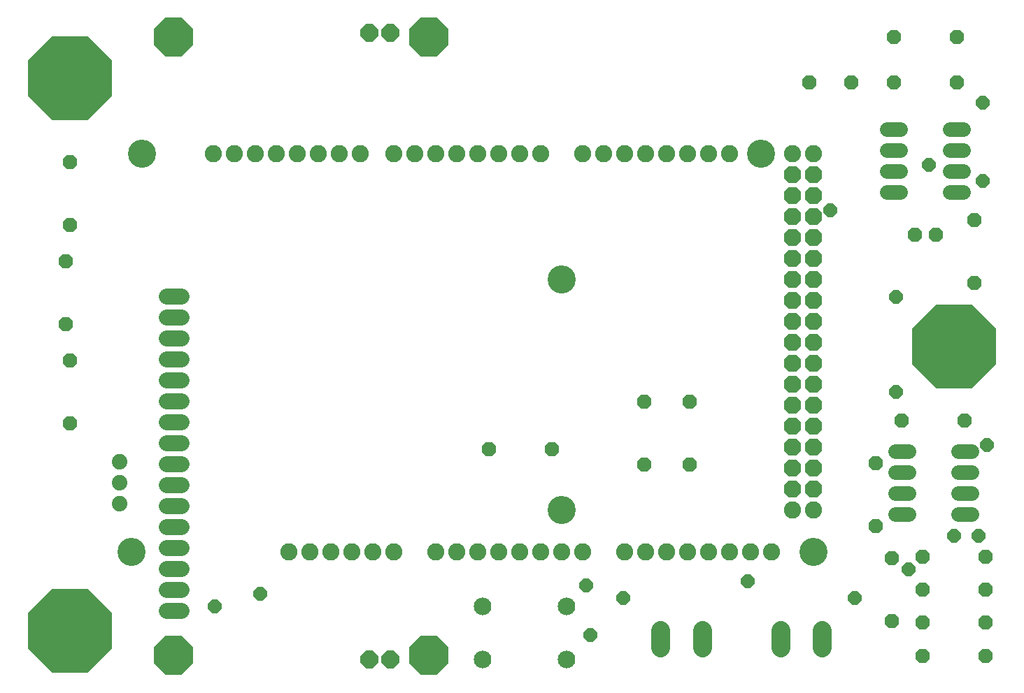
<source format=gbr>
G75*
%MOIN*%
%OFA0B0*%
%FSLAX25Y25*%
%IPPOS*%
%LPD*%
%AMOC8*
5,1,8,0,0,1.08239X$1,22.5*
%
%ADD10C,0.08400*%
%ADD11C,0.07150*%
%ADD12C,0.09150*%
%ADD13OC8,0.06706*%
%ADD14C,0.08200*%
%ADD15OC8,0.08200*%
%ADD16C,0.13398*%
%ADD17C,0.07800*%
%ADD18OC8,0.18517*%
%ADD19OC8,0.08400*%
%ADD20C,0.07400*%
%ADD21OC8,0.06400*%
%ADD22OC8,0.40170*%
D10*
X0252438Y0021885D03*
X0252438Y0047476D03*
X0292438Y0047476D03*
X0292438Y0021885D03*
D11*
X0449145Y0091531D02*
X0455494Y0091531D01*
X0455494Y0101531D02*
X0449145Y0101531D01*
X0449145Y0111531D02*
X0455494Y0111531D01*
X0455494Y0121531D02*
X0449145Y0121531D01*
X0479145Y0121531D02*
X0485494Y0121531D01*
X0485494Y0111531D02*
X0479145Y0111531D01*
X0479145Y0101531D02*
X0485494Y0101531D01*
X0485494Y0091531D02*
X0479145Y0091531D01*
X0481557Y0245074D02*
X0475208Y0245074D01*
X0475208Y0255074D02*
X0481557Y0255074D01*
X0481557Y0265074D02*
X0475208Y0265074D01*
X0475208Y0275074D02*
X0481557Y0275074D01*
X0451557Y0275074D02*
X0445208Y0275074D01*
X0445208Y0265074D02*
X0451557Y0265074D01*
X0451557Y0255074D02*
X0445208Y0255074D01*
X0445208Y0245074D02*
X0451557Y0245074D01*
D12*
X0414227Y0035902D02*
X0414227Y0027553D01*
X0394427Y0027553D02*
X0394427Y0035902D01*
X0357141Y0035902D02*
X0357141Y0027553D01*
X0337341Y0027553D02*
X0337341Y0035902D01*
D13*
X0439760Y0085625D03*
X0447635Y0070350D03*
X0462162Y0071098D03*
X0462162Y0055350D03*
X0462162Y0039602D03*
X0447635Y0040350D03*
X0462162Y0023854D03*
X0492162Y0023854D03*
X0492162Y0039602D03*
X0492162Y0055350D03*
X0492162Y0071098D03*
X0439760Y0115625D03*
X0452320Y0136058D03*
X0482320Y0136058D03*
X0487005Y0201767D03*
X0468383Y0224641D03*
X0458383Y0224641D03*
X0487005Y0231767D03*
X0478383Y0297476D03*
X0478383Y0319129D03*
X0448383Y0319129D03*
X0448383Y0297476D03*
X0428107Y0297476D03*
X0408107Y0297476D03*
X0351178Y0145153D03*
X0329524Y0145153D03*
X0329524Y0115153D03*
X0351178Y0115153D03*
X0285469Y0122279D03*
X0255469Y0122279D03*
X0055902Y0134838D03*
X0055902Y0164838D03*
X0053934Y0182082D03*
X0053934Y0212082D03*
X0055902Y0229326D03*
X0055902Y0259326D03*
D14*
X0124312Y0263224D03*
X0134312Y0263224D03*
X0144312Y0263224D03*
X0154312Y0263224D03*
X0164312Y0263224D03*
X0174312Y0263224D03*
X0184312Y0263224D03*
X0194312Y0263224D03*
X0210312Y0263224D03*
X0220312Y0263224D03*
X0230312Y0263224D03*
X0240312Y0263224D03*
X0250312Y0263224D03*
X0260312Y0263224D03*
X0270312Y0263224D03*
X0280312Y0263224D03*
X0300312Y0263224D03*
X0310312Y0263224D03*
X0320312Y0263224D03*
X0330312Y0263224D03*
X0340312Y0263224D03*
X0350312Y0263224D03*
X0360312Y0263224D03*
X0370312Y0263224D03*
X0400312Y0263224D03*
X0410312Y0263224D03*
X0410312Y0093224D03*
X0400312Y0093224D03*
X0390312Y0073224D03*
X0380312Y0073224D03*
X0370312Y0073224D03*
X0360312Y0073224D03*
X0350312Y0073224D03*
X0340312Y0073224D03*
X0330312Y0073224D03*
X0320312Y0073224D03*
X0300312Y0073224D03*
X0290312Y0073224D03*
X0280312Y0073224D03*
X0270312Y0073224D03*
X0260312Y0073224D03*
X0250312Y0073224D03*
X0240312Y0073224D03*
X0230312Y0073224D03*
X0210312Y0073224D03*
X0200312Y0073224D03*
X0190312Y0073224D03*
X0180312Y0073224D03*
X0170312Y0073224D03*
X0160312Y0073224D03*
D15*
X0400312Y0103224D03*
X0410312Y0103224D03*
X0410312Y0113224D03*
X0400312Y0113224D03*
X0400312Y0123224D03*
X0410312Y0123224D03*
X0410312Y0133224D03*
X0410312Y0143224D03*
X0400312Y0143224D03*
X0400312Y0133224D03*
X0400312Y0153224D03*
X0410312Y0153224D03*
X0410312Y0163224D03*
X0400312Y0163224D03*
X0400312Y0173224D03*
X0400312Y0183224D03*
X0410312Y0183224D03*
X0410312Y0173224D03*
X0410312Y0193224D03*
X0400312Y0193224D03*
X0400312Y0203224D03*
X0410312Y0203224D03*
X0410312Y0213224D03*
X0400312Y0213224D03*
X0400312Y0223224D03*
X0400312Y0233224D03*
X0410312Y0233224D03*
X0410312Y0223224D03*
X0410312Y0243224D03*
X0400312Y0243224D03*
X0400312Y0253224D03*
X0410312Y0253224D03*
D16*
X0385312Y0263224D03*
X0290312Y0203224D03*
X0290312Y0093224D03*
X0410312Y0073224D03*
X0090312Y0263224D03*
X0085312Y0073224D03*
D17*
X0101772Y0075507D02*
X0108772Y0075507D01*
X0108772Y0085507D02*
X0101772Y0085507D01*
X0101772Y0095507D02*
X0108772Y0095507D01*
X0108772Y0105507D02*
X0101772Y0105507D01*
X0101772Y0115507D02*
X0108772Y0115507D01*
X0108772Y0125507D02*
X0101772Y0125507D01*
X0101772Y0135507D02*
X0108772Y0135507D01*
X0108772Y0145507D02*
X0101772Y0145507D01*
X0101772Y0155507D02*
X0108772Y0155507D01*
X0108772Y0165507D02*
X0101772Y0165507D01*
X0101772Y0175507D02*
X0108772Y0175507D01*
X0108772Y0185507D02*
X0101772Y0185507D01*
X0101772Y0195507D02*
X0108772Y0195507D01*
X0108772Y0065507D02*
X0101772Y0065507D01*
X0101772Y0055507D02*
X0108772Y0055507D01*
X0108772Y0045507D02*
X0101772Y0045507D01*
D18*
X0105272Y0024011D03*
X0227005Y0024011D03*
X0227005Y0318972D03*
X0105272Y0318972D03*
D19*
X0198540Y0321098D03*
X0208540Y0321098D03*
X0208540Y0021885D03*
X0198540Y0021885D03*
D20*
X0079524Y0096531D03*
X0079524Y0106531D03*
X0079524Y0116531D03*
D21*
X0146453Y0053381D03*
X0124800Y0047476D03*
X0301965Y0057318D03*
X0319682Y0051413D03*
X0303934Y0033696D03*
X0378737Y0059287D03*
X0429918Y0051413D03*
X0455509Y0065192D03*
X0477162Y0080940D03*
X0488973Y0080940D03*
X0492910Y0124247D03*
X0449603Y0149838D03*
X0449603Y0195113D03*
X0418107Y0236452D03*
X0465351Y0258106D03*
X0490942Y0250231D03*
X0490942Y0287633D03*
D22*
X0055902Y0035665D03*
X0055902Y0299444D03*
X0477162Y0171491D03*
M02*

</source>
